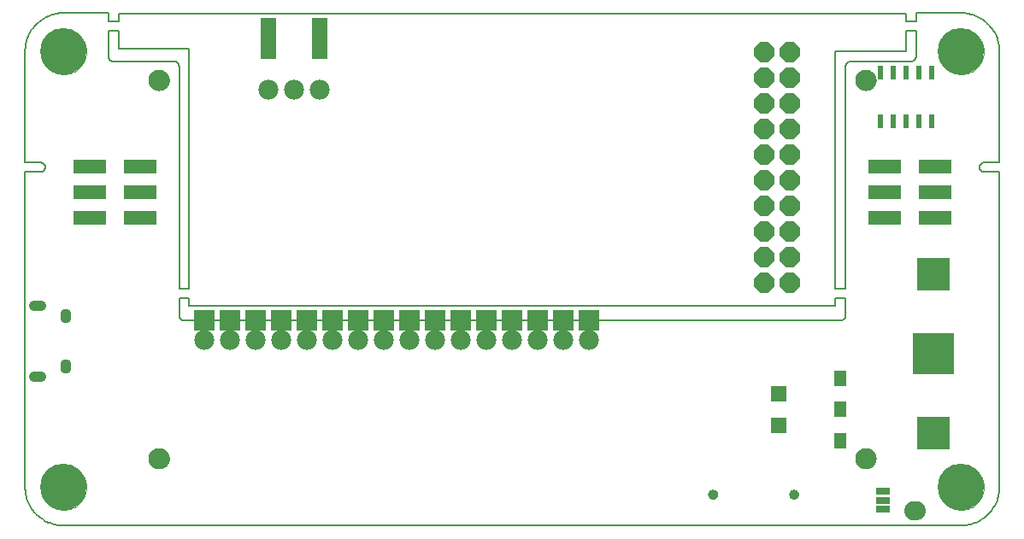
<source format=gbs>
G75*
%MOIN*%
%OFA0B0*%
%FSLAX24Y24*%
%IPPOS*%
%LPD*%
%AMOC8*
5,1,8,0,0,1.08239X$1,22.5*
%
%ADD10C,0.0050*%
%ADD11C,0.0000*%
%ADD12C,0.1811*%
%ADD13C,0.0827*%
%ADD14C,0.0310*%
%ADD15C,0.0394*%
%ADD16C,0.0389*%
%ADD17R,0.1599X0.1599*%
%ADD18R,0.1289X0.1289*%
%ADD19C,0.0779*%
%ADD20R,0.0539X0.0289*%
%ADD21R,0.0512X0.0630*%
%ADD22R,0.0630X0.0630*%
%ADD23R,0.0239X0.0539*%
%ADD24OC8,0.0779*%
%ADD25R,0.1299X0.0539*%
%ADD26C,0.0740*%
%ADD27R,0.0639X0.1639*%
%ADD28R,0.0789X0.0789*%
D10*
X002625Y004169D02*
X037625Y004169D01*
X037701Y004171D01*
X037777Y004177D01*
X037852Y004186D01*
X037927Y004200D01*
X038001Y004217D01*
X038074Y004238D01*
X038146Y004262D01*
X038217Y004291D01*
X038286Y004322D01*
X038353Y004357D01*
X038418Y004396D01*
X038482Y004438D01*
X038543Y004483D01*
X038602Y004531D01*
X038658Y004582D01*
X038712Y004636D01*
X038763Y004692D01*
X038811Y004751D01*
X038856Y004812D01*
X038898Y004876D01*
X038937Y004941D01*
X038972Y005008D01*
X039003Y005077D01*
X039032Y005148D01*
X039056Y005220D01*
X039077Y005293D01*
X039094Y005367D01*
X039108Y005442D01*
X039117Y005517D01*
X039123Y005593D01*
X039125Y005669D01*
X039125Y017976D01*
X038515Y017976D01*
X038490Y017978D01*
X038465Y017983D01*
X038441Y017992D01*
X038419Y018004D01*
X038399Y018019D01*
X038381Y018037D01*
X038366Y018057D01*
X038354Y018079D01*
X038345Y018103D01*
X038340Y018128D01*
X038338Y018153D01*
X038340Y018178D01*
X038345Y018203D01*
X038354Y018227D01*
X038366Y018249D01*
X038381Y018269D01*
X038399Y018287D01*
X038419Y018302D01*
X038441Y018314D01*
X038465Y018323D01*
X038490Y018328D01*
X038515Y018330D01*
X039125Y018330D01*
X039125Y022669D01*
X039123Y022745D01*
X039117Y022821D01*
X039108Y022896D01*
X039094Y022971D01*
X039077Y023045D01*
X039056Y023118D01*
X039032Y023190D01*
X039003Y023261D01*
X038972Y023330D01*
X038937Y023397D01*
X038898Y023462D01*
X038856Y023526D01*
X038811Y023587D01*
X038763Y023646D01*
X038712Y023702D01*
X038658Y023756D01*
X038602Y023807D01*
X038543Y023855D01*
X038482Y023900D01*
X038418Y023942D01*
X038353Y023981D01*
X038286Y024016D01*
X038217Y024047D01*
X038146Y024076D01*
X038074Y024100D01*
X038001Y024121D01*
X037927Y024138D01*
X037852Y024152D01*
X037777Y024161D01*
X037701Y024167D01*
X037625Y024169D01*
X035869Y024169D01*
X035869Y023854D01*
X035475Y023854D01*
X035475Y024149D01*
X004767Y024149D01*
X004767Y023854D01*
X004373Y023854D01*
X004373Y024169D01*
X002625Y024169D01*
X002549Y024167D01*
X002473Y024161D01*
X002398Y024152D01*
X002323Y024138D01*
X002249Y024121D01*
X002176Y024100D01*
X002104Y024076D01*
X002033Y024047D01*
X001964Y024016D01*
X001897Y023981D01*
X001832Y023942D01*
X001768Y023900D01*
X001707Y023855D01*
X001648Y023807D01*
X001592Y023756D01*
X001538Y023702D01*
X001487Y023646D01*
X001439Y023587D01*
X001394Y023526D01*
X001352Y023462D01*
X001313Y023397D01*
X001278Y023330D01*
X001247Y023261D01*
X001218Y023190D01*
X001194Y023118D01*
X001173Y023045D01*
X001156Y022971D01*
X001142Y022896D01*
X001133Y022821D01*
X001127Y022745D01*
X001125Y022669D01*
X001125Y018330D01*
X001735Y018330D01*
X001760Y018328D01*
X001785Y018323D01*
X001809Y018314D01*
X001831Y018302D01*
X001851Y018287D01*
X001869Y018269D01*
X001884Y018249D01*
X001896Y018227D01*
X001905Y018203D01*
X001910Y018178D01*
X001912Y018153D01*
X001910Y018128D01*
X001905Y018103D01*
X001896Y018079D01*
X001884Y018057D01*
X001869Y018037D01*
X001851Y018019D01*
X001831Y018004D01*
X001809Y017992D01*
X001785Y017983D01*
X001760Y017978D01*
X001735Y017976D01*
X001125Y017976D01*
X001125Y005669D01*
X001127Y005593D01*
X001133Y005517D01*
X001142Y005442D01*
X001156Y005367D01*
X001173Y005293D01*
X001194Y005220D01*
X001218Y005148D01*
X001247Y005077D01*
X001278Y005008D01*
X001313Y004941D01*
X001352Y004876D01*
X001394Y004812D01*
X001439Y004751D01*
X001487Y004692D01*
X001538Y004636D01*
X001592Y004582D01*
X001648Y004531D01*
X001707Y004483D01*
X001768Y004438D01*
X001832Y004396D01*
X001897Y004357D01*
X001964Y004322D01*
X002033Y004291D01*
X002104Y004262D01*
X002176Y004238D01*
X002249Y004217D01*
X002323Y004200D01*
X002398Y004186D01*
X002473Y004177D01*
X002549Y004171D01*
X002625Y004169D01*
X007330Y012169D02*
X032920Y012169D01*
X032946Y012171D01*
X032971Y012176D01*
X032995Y012184D01*
X033019Y012195D01*
X033040Y012210D01*
X033059Y012227D01*
X033076Y012246D01*
X033091Y012268D01*
X033102Y012291D01*
X033110Y012315D01*
X033115Y012340D01*
X033117Y012366D01*
X033117Y013027D01*
X032719Y013027D01*
X032719Y012732D01*
X007523Y012732D01*
X007523Y013027D01*
X007133Y013027D01*
X007133Y012366D01*
X007135Y012340D01*
X007140Y012315D01*
X007148Y012291D01*
X007159Y012268D01*
X007174Y012246D01*
X007191Y012227D01*
X007210Y012210D01*
X007232Y012195D01*
X007255Y012184D01*
X007279Y012176D01*
X007304Y012171D01*
X007330Y012169D01*
X007523Y013421D02*
X007133Y013421D01*
X007133Y022082D01*
X007131Y022108D01*
X007126Y022133D01*
X007118Y022157D01*
X007107Y022181D01*
X007092Y022202D01*
X007075Y022221D01*
X007056Y022238D01*
X007035Y022253D01*
X007011Y022264D01*
X006987Y022272D01*
X006962Y022277D01*
X006936Y022279D01*
X004570Y022279D01*
X004544Y022281D01*
X004519Y022286D01*
X004495Y022294D01*
X004472Y022305D01*
X004450Y022320D01*
X004431Y022337D01*
X004414Y022356D01*
X004399Y022378D01*
X004388Y022401D01*
X004380Y022425D01*
X004375Y022450D01*
X004373Y022476D01*
X004373Y023460D01*
X004767Y023460D01*
X004767Y022771D01*
X007523Y022771D01*
X007523Y013421D01*
X032719Y013421D02*
X033117Y013421D01*
X033117Y022082D01*
X033119Y022108D01*
X033124Y022133D01*
X033132Y022157D01*
X033143Y022181D01*
X033158Y022202D01*
X033175Y022221D01*
X033194Y022238D01*
X033216Y022253D01*
X033239Y022264D01*
X033263Y022272D01*
X033288Y022277D01*
X033314Y022279D01*
X035672Y022279D01*
X035698Y022281D01*
X035723Y022286D01*
X035747Y022294D01*
X035771Y022305D01*
X035792Y022320D01*
X035811Y022337D01*
X035828Y022356D01*
X035843Y022378D01*
X035854Y022401D01*
X035862Y022425D01*
X035867Y022450D01*
X035869Y022476D01*
X035869Y023460D01*
X035475Y023460D01*
X035475Y022673D01*
X032719Y022673D01*
X032719Y013421D01*
D11*
X033511Y006787D02*
X033513Y006826D01*
X033519Y006865D01*
X033529Y006903D01*
X033542Y006940D01*
X033559Y006975D01*
X033579Y007009D01*
X033603Y007040D01*
X033630Y007069D01*
X033659Y007095D01*
X033691Y007118D01*
X033725Y007138D01*
X033761Y007154D01*
X033798Y007166D01*
X033837Y007175D01*
X033876Y007180D01*
X033915Y007181D01*
X033954Y007178D01*
X033993Y007171D01*
X034030Y007160D01*
X034067Y007146D01*
X034102Y007128D01*
X034135Y007107D01*
X034166Y007082D01*
X034194Y007055D01*
X034219Y007025D01*
X034241Y006992D01*
X034260Y006958D01*
X034275Y006922D01*
X034287Y006884D01*
X034295Y006846D01*
X034299Y006807D01*
X034299Y006767D01*
X034295Y006728D01*
X034287Y006690D01*
X034275Y006652D01*
X034260Y006616D01*
X034241Y006582D01*
X034219Y006549D01*
X034194Y006519D01*
X034166Y006492D01*
X034135Y006467D01*
X034102Y006446D01*
X034067Y006428D01*
X034030Y006414D01*
X033993Y006403D01*
X033954Y006396D01*
X033915Y006393D01*
X033876Y006394D01*
X033837Y006399D01*
X033798Y006408D01*
X033761Y006420D01*
X033725Y006436D01*
X033691Y006456D01*
X033659Y006479D01*
X033630Y006505D01*
X033603Y006534D01*
X033579Y006565D01*
X033559Y006599D01*
X033542Y006634D01*
X033529Y006671D01*
X033519Y006709D01*
X033513Y006748D01*
X033511Y006787D01*
X030926Y005387D02*
X030928Y005413D01*
X030934Y005439D01*
X030943Y005463D01*
X030956Y005486D01*
X030973Y005506D01*
X030992Y005524D01*
X031014Y005539D01*
X031037Y005550D01*
X031062Y005558D01*
X031088Y005562D01*
X031114Y005562D01*
X031140Y005558D01*
X031165Y005550D01*
X031189Y005539D01*
X031210Y005524D01*
X031229Y005506D01*
X031246Y005486D01*
X031259Y005463D01*
X031268Y005439D01*
X031274Y005413D01*
X031276Y005387D01*
X031274Y005361D01*
X031268Y005335D01*
X031259Y005311D01*
X031246Y005288D01*
X031229Y005268D01*
X031210Y005250D01*
X031188Y005235D01*
X031165Y005224D01*
X031140Y005216D01*
X031114Y005212D01*
X031088Y005212D01*
X031062Y005216D01*
X031037Y005224D01*
X031013Y005235D01*
X030992Y005250D01*
X030973Y005268D01*
X030956Y005288D01*
X030943Y005311D01*
X030934Y005335D01*
X030928Y005361D01*
X030926Y005387D01*
X027776Y005387D02*
X027778Y005413D01*
X027784Y005439D01*
X027793Y005463D01*
X027806Y005486D01*
X027823Y005506D01*
X027842Y005524D01*
X027864Y005539D01*
X027887Y005550D01*
X027912Y005558D01*
X027938Y005562D01*
X027964Y005562D01*
X027990Y005558D01*
X028015Y005550D01*
X028039Y005539D01*
X028060Y005524D01*
X028079Y005506D01*
X028096Y005486D01*
X028109Y005463D01*
X028118Y005439D01*
X028124Y005413D01*
X028126Y005387D01*
X028124Y005361D01*
X028118Y005335D01*
X028109Y005311D01*
X028096Y005288D01*
X028079Y005268D01*
X028060Y005250D01*
X028038Y005235D01*
X028015Y005224D01*
X027990Y005216D01*
X027964Y005212D01*
X027938Y005212D01*
X027912Y005216D01*
X027887Y005224D01*
X027863Y005235D01*
X027842Y005250D01*
X027823Y005268D01*
X027806Y005288D01*
X027793Y005311D01*
X027784Y005335D01*
X027778Y005361D01*
X027776Y005387D01*
X036739Y005669D02*
X036741Y005728D01*
X036747Y005787D01*
X036757Y005845D01*
X036770Y005903D01*
X036788Y005960D01*
X036809Y006015D01*
X036834Y006069D01*
X036863Y006121D01*
X036895Y006170D01*
X036930Y006218D01*
X036968Y006263D01*
X037009Y006306D01*
X037053Y006346D01*
X037099Y006382D01*
X037148Y006416D01*
X037199Y006446D01*
X037252Y006473D01*
X037307Y006496D01*
X037362Y006515D01*
X037420Y006531D01*
X037478Y006543D01*
X037536Y006551D01*
X037595Y006555D01*
X037655Y006555D01*
X037714Y006551D01*
X037772Y006543D01*
X037830Y006531D01*
X037888Y006515D01*
X037943Y006496D01*
X037998Y006473D01*
X038051Y006446D01*
X038102Y006416D01*
X038151Y006382D01*
X038197Y006346D01*
X038241Y006306D01*
X038282Y006263D01*
X038320Y006218D01*
X038355Y006170D01*
X038387Y006121D01*
X038416Y006069D01*
X038441Y006015D01*
X038462Y005960D01*
X038480Y005903D01*
X038493Y005845D01*
X038503Y005787D01*
X038509Y005728D01*
X038511Y005669D01*
X038509Y005610D01*
X038503Y005551D01*
X038493Y005493D01*
X038480Y005435D01*
X038462Y005378D01*
X038441Y005323D01*
X038416Y005269D01*
X038387Y005217D01*
X038355Y005168D01*
X038320Y005120D01*
X038282Y005075D01*
X038241Y005032D01*
X038197Y004992D01*
X038151Y004956D01*
X038102Y004922D01*
X038051Y004892D01*
X037998Y004865D01*
X037943Y004842D01*
X037888Y004823D01*
X037830Y004807D01*
X037772Y004795D01*
X037714Y004787D01*
X037655Y004783D01*
X037595Y004783D01*
X037536Y004787D01*
X037478Y004795D01*
X037420Y004807D01*
X037362Y004823D01*
X037307Y004842D01*
X037252Y004865D01*
X037199Y004892D01*
X037148Y004922D01*
X037099Y004956D01*
X037053Y004992D01*
X037009Y005032D01*
X036968Y005075D01*
X036930Y005120D01*
X036895Y005168D01*
X036863Y005217D01*
X036834Y005269D01*
X036809Y005323D01*
X036788Y005378D01*
X036770Y005435D01*
X036757Y005493D01*
X036747Y005551D01*
X036741Y005610D01*
X036739Y005669D01*
X033511Y021551D02*
X033513Y021590D01*
X033519Y021629D01*
X033529Y021667D01*
X033542Y021704D01*
X033559Y021739D01*
X033579Y021773D01*
X033603Y021804D01*
X033630Y021833D01*
X033659Y021859D01*
X033691Y021882D01*
X033725Y021902D01*
X033761Y021918D01*
X033798Y021930D01*
X033837Y021939D01*
X033876Y021944D01*
X033915Y021945D01*
X033954Y021942D01*
X033993Y021935D01*
X034030Y021924D01*
X034067Y021910D01*
X034102Y021892D01*
X034135Y021871D01*
X034166Y021846D01*
X034194Y021819D01*
X034219Y021789D01*
X034241Y021756D01*
X034260Y021722D01*
X034275Y021686D01*
X034287Y021648D01*
X034295Y021610D01*
X034299Y021571D01*
X034299Y021531D01*
X034295Y021492D01*
X034287Y021454D01*
X034275Y021416D01*
X034260Y021380D01*
X034241Y021346D01*
X034219Y021313D01*
X034194Y021283D01*
X034166Y021256D01*
X034135Y021231D01*
X034102Y021210D01*
X034067Y021192D01*
X034030Y021178D01*
X033993Y021167D01*
X033954Y021160D01*
X033915Y021157D01*
X033876Y021158D01*
X033837Y021163D01*
X033798Y021172D01*
X033761Y021184D01*
X033725Y021200D01*
X033691Y021220D01*
X033659Y021243D01*
X033630Y021269D01*
X033603Y021298D01*
X033579Y021329D01*
X033559Y021363D01*
X033542Y021398D01*
X033529Y021435D01*
X033519Y021473D01*
X033513Y021512D01*
X033511Y021551D01*
X036739Y022669D02*
X036741Y022728D01*
X036747Y022787D01*
X036757Y022845D01*
X036770Y022903D01*
X036788Y022960D01*
X036809Y023015D01*
X036834Y023069D01*
X036863Y023121D01*
X036895Y023170D01*
X036930Y023218D01*
X036968Y023263D01*
X037009Y023306D01*
X037053Y023346D01*
X037099Y023382D01*
X037148Y023416D01*
X037199Y023446D01*
X037252Y023473D01*
X037307Y023496D01*
X037362Y023515D01*
X037420Y023531D01*
X037478Y023543D01*
X037536Y023551D01*
X037595Y023555D01*
X037655Y023555D01*
X037714Y023551D01*
X037772Y023543D01*
X037830Y023531D01*
X037888Y023515D01*
X037943Y023496D01*
X037998Y023473D01*
X038051Y023446D01*
X038102Y023416D01*
X038151Y023382D01*
X038197Y023346D01*
X038241Y023306D01*
X038282Y023263D01*
X038320Y023218D01*
X038355Y023170D01*
X038387Y023121D01*
X038416Y023069D01*
X038441Y023015D01*
X038462Y022960D01*
X038480Y022903D01*
X038493Y022845D01*
X038503Y022787D01*
X038509Y022728D01*
X038511Y022669D01*
X038509Y022610D01*
X038503Y022551D01*
X038493Y022493D01*
X038480Y022435D01*
X038462Y022378D01*
X038441Y022323D01*
X038416Y022269D01*
X038387Y022217D01*
X038355Y022168D01*
X038320Y022120D01*
X038282Y022075D01*
X038241Y022032D01*
X038197Y021992D01*
X038151Y021956D01*
X038102Y021922D01*
X038051Y021892D01*
X037998Y021865D01*
X037943Y021842D01*
X037888Y021823D01*
X037830Y021807D01*
X037772Y021795D01*
X037714Y021787D01*
X037655Y021783D01*
X037595Y021783D01*
X037536Y021787D01*
X037478Y021795D01*
X037420Y021807D01*
X037362Y021823D01*
X037307Y021842D01*
X037252Y021865D01*
X037199Y021892D01*
X037148Y021922D01*
X037099Y021956D01*
X037053Y021992D01*
X037009Y022032D01*
X036968Y022075D01*
X036930Y022120D01*
X036895Y022168D01*
X036863Y022217D01*
X036834Y022269D01*
X036809Y022323D01*
X036788Y022378D01*
X036770Y022435D01*
X036757Y022493D01*
X036747Y022551D01*
X036741Y022610D01*
X036739Y022669D01*
X005951Y021551D02*
X005953Y021590D01*
X005959Y021629D01*
X005969Y021667D01*
X005982Y021704D01*
X005999Y021739D01*
X006019Y021773D01*
X006043Y021804D01*
X006070Y021833D01*
X006099Y021859D01*
X006131Y021882D01*
X006165Y021902D01*
X006201Y021918D01*
X006238Y021930D01*
X006277Y021939D01*
X006316Y021944D01*
X006355Y021945D01*
X006394Y021942D01*
X006433Y021935D01*
X006470Y021924D01*
X006507Y021910D01*
X006542Y021892D01*
X006575Y021871D01*
X006606Y021846D01*
X006634Y021819D01*
X006659Y021789D01*
X006681Y021756D01*
X006700Y021722D01*
X006715Y021686D01*
X006727Y021648D01*
X006735Y021610D01*
X006739Y021571D01*
X006739Y021531D01*
X006735Y021492D01*
X006727Y021454D01*
X006715Y021416D01*
X006700Y021380D01*
X006681Y021346D01*
X006659Y021313D01*
X006634Y021283D01*
X006606Y021256D01*
X006575Y021231D01*
X006542Y021210D01*
X006507Y021192D01*
X006470Y021178D01*
X006433Y021167D01*
X006394Y021160D01*
X006355Y021157D01*
X006316Y021158D01*
X006277Y021163D01*
X006238Y021172D01*
X006201Y021184D01*
X006165Y021200D01*
X006131Y021220D01*
X006099Y021243D01*
X006070Y021269D01*
X006043Y021298D01*
X006019Y021329D01*
X005999Y021363D01*
X005982Y021398D01*
X005969Y021435D01*
X005959Y021473D01*
X005953Y021512D01*
X005951Y021551D01*
X001739Y022669D02*
X001741Y022728D01*
X001747Y022787D01*
X001757Y022845D01*
X001770Y022903D01*
X001788Y022960D01*
X001809Y023015D01*
X001834Y023069D01*
X001863Y023121D01*
X001895Y023170D01*
X001930Y023218D01*
X001968Y023263D01*
X002009Y023306D01*
X002053Y023346D01*
X002099Y023382D01*
X002148Y023416D01*
X002199Y023446D01*
X002252Y023473D01*
X002307Y023496D01*
X002362Y023515D01*
X002420Y023531D01*
X002478Y023543D01*
X002536Y023551D01*
X002595Y023555D01*
X002655Y023555D01*
X002714Y023551D01*
X002772Y023543D01*
X002830Y023531D01*
X002888Y023515D01*
X002943Y023496D01*
X002998Y023473D01*
X003051Y023446D01*
X003102Y023416D01*
X003151Y023382D01*
X003197Y023346D01*
X003241Y023306D01*
X003282Y023263D01*
X003320Y023218D01*
X003355Y023170D01*
X003387Y023121D01*
X003416Y023069D01*
X003441Y023015D01*
X003462Y022960D01*
X003480Y022903D01*
X003493Y022845D01*
X003503Y022787D01*
X003509Y022728D01*
X003511Y022669D01*
X003509Y022610D01*
X003503Y022551D01*
X003493Y022493D01*
X003480Y022435D01*
X003462Y022378D01*
X003441Y022323D01*
X003416Y022269D01*
X003387Y022217D01*
X003355Y022168D01*
X003320Y022120D01*
X003282Y022075D01*
X003241Y022032D01*
X003197Y021992D01*
X003151Y021956D01*
X003102Y021922D01*
X003051Y021892D01*
X002998Y021865D01*
X002943Y021842D01*
X002888Y021823D01*
X002830Y021807D01*
X002772Y021795D01*
X002714Y021787D01*
X002655Y021783D01*
X002595Y021783D01*
X002536Y021787D01*
X002478Y021795D01*
X002420Y021807D01*
X002362Y021823D01*
X002307Y021842D01*
X002252Y021865D01*
X002199Y021892D01*
X002148Y021922D01*
X002099Y021956D01*
X002053Y021992D01*
X002009Y022032D01*
X001968Y022075D01*
X001930Y022120D01*
X001895Y022168D01*
X001863Y022217D01*
X001834Y022269D01*
X001809Y022323D01*
X001788Y022378D01*
X001770Y022435D01*
X001757Y022493D01*
X001747Y022551D01*
X001741Y022610D01*
X001739Y022669D01*
X005951Y006787D02*
X005953Y006826D01*
X005959Y006865D01*
X005969Y006903D01*
X005982Y006940D01*
X005999Y006975D01*
X006019Y007009D01*
X006043Y007040D01*
X006070Y007069D01*
X006099Y007095D01*
X006131Y007118D01*
X006165Y007138D01*
X006201Y007154D01*
X006238Y007166D01*
X006277Y007175D01*
X006316Y007180D01*
X006355Y007181D01*
X006394Y007178D01*
X006433Y007171D01*
X006470Y007160D01*
X006507Y007146D01*
X006542Y007128D01*
X006575Y007107D01*
X006606Y007082D01*
X006634Y007055D01*
X006659Y007025D01*
X006681Y006992D01*
X006700Y006958D01*
X006715Y006922D01*
X006727Y006884D01*
X006735Y006846D01*
X006739Y006807D01*
X006739Y006767D01*
X006735Y006728D01*
X006727Y006690D01*
X006715Y006652D01*
X006700Y006616D01*
X006681Y006582D01*
X006659Y006549D01*
X006634Y006519D01*
X006606Y006492D01*
X006575Y006467D01*
X006542Y006446D01*
X006507Y006428D01*
X006470Y006414D01*
X006433Y006403D01*
X006394Y006396D01*
X006355Y006393D01*
X006316Y006394D01*
X006277Y006399D01*
X006238Y006408D01*
X006201Y006420D01*
X006165Y006436D01*
X006131Y006456D01*
X006099Y006479D01*
X006070Y006505D01*
X006043Y006534D01*
X006019Y006565D01*
X005999Y006599D01*
X005982Y006634D01*
X005969Y006671D01*
X005959Y006709D01*
X005953Y006748D01*
X005951Y006787D01*
X001739Y005669D02*
X001741Y005728D01*
X001747Y005787D01*
X001757Y005845D01*
X001770Y005903D01*
X001788Y005960D01*
X001809Y006015D01*
X001834Y006069D01*
X001863Y006121D01*
X001895Y006170D01*
X001930Y006218D01*
X001968Y006263D01*
X002009Y006306D01*
X002053Y006346D01*
X002099Y006382D01*
X002148Y006416D01*
X002199Y006446D01*
X002252Y006473D01*
X002307Y006496D01*
X002362Y006515D01*
X002420Y006531D01*
X002478Y006543D01*
X002536Y006551D01*
X002595Y006555D01*
X002655Y006555D01*
X002714Y006551D01*
X002772Y006543D01*
X002830Y006531D01*
X002888Y006515D01*
X002943Y006496D01*
X002998Y006473D01*
X003051Y006446D01*
X003102Y006416D01*
X003151Y006382D01*
X003197Y006346D01*
X003241Y006306D01*
X003282Y006263D01*
X003320Y006218D01*
X003355Y006170D01*
X003387Y006121D01*
X003416Y006069D01*
X003441Y006015D01*
X003462Y005960D01*
X003480Y005903D01*
X003493Y005845D01*
X003503Y005787D01*
X003509Y005728D01*
X003511Y005669D01*
X003509Y005610D01*
X003503Y005551D01*
X003493Y005493D01*
X003480Y005435D01*
X003462Y005378D01*
X003441Y005323D01*
X003416Y005269D01*
X003387Y005217D01*
X003355Y005168D01*
X003320Y005120D01*
X003282Y005075D01*
X003241Y005032D01*
X003197Y004992D01*
X003151Y004956D01*
X003102Y004922D01*
X003051Y004892D01*
X002998Y004865D01*
X002943Y004842D01*
X002888Y004823D01*
X002830Y004807D01*
X002772Y004795D01*
X002714Y004787D01*
X002655Y004783D01*
X002595Y004783D01*
X002536Y004787D01*
X002478Y004795D01*
X002420Y004807D01*
X002362Y004823D01*
X002307Y004842D01*
X002252Y004865D01*
X002199Y004892D01*
X002148Y004922D01*
X002099Y004956D01*
X002053Y004992D01*
X002009Y005032D01*
X001968Y005075D01*
X001930Y005120D01*
X001895Y005168D01*
X001863Y005217D01*
X001834Y005269D01*
X001809Y005323D01*
X001788Y005378D01*
X001770Y005435D01*
X001757Y005493D01*
X001747Y005551D01*
X001741Y005610D01*
X001739Y005669D01*
D12*
X002625Y005669D03*
X002625Y022669D03*
X037625Y022669D03*
X037625Y005669D03*
D13*
X033905Y006787D03*
X033905Y021551D03*
X006345Y021551D03*
X006345Y006787D03*
D14*
X002637Y010275D02*
X002637Y010495D01*
X002739Y010495D01*
X002739Y010275D01*
X002637Y010275D01*
X002637Y012243D02*
X002637Y012463D01*
X002739Y012463D01*
X002739Y012243D01*
X002637Y012243D01*
D15*
X001753Y012747D02*
X001497Y012747D01*
X001497Y009991D02*
X001753Y009991D01*
D16*
X027951Y005387D03*
X031101Y005387D03*
D17*
X036558Y010862D03*
D18*
X036558Y013962D03*
X036558Y007762D03*
D19*
X023125Y011419D03*
X022125Y011419D03*
X021125Y011419D03*
X020125Y011419D03*
X019125Y011419D03*
X018125Y011419D03*
X017125Y011419D03*
X016125Y011419D03*
X015125Y011419D03*
X014125Y011419D03*
X013125Y011419D03*
X012125Y011419D03*
X011125Y011419D03*
X010125Y011419D03*
X009125Y011419D03*
X008125Y011419D03*
X010625Y021169D03*
X011625Y021169D03*
X012625Y021169D03*
D20*
X034590Y005503D03*
X034590Y005153D03*
X034590Y004803D03*
D21*
X032905Y007476D03*
X032905Y008696D03*
X032905Y009917D03*
D22*
X030503Y009307D03*
X030503Y008086D03*
D23*
X034475Y019951D03*
X034975Y019951D03*
X035475Y019951D03*
X035975Y019951D03*
X036475Y019951D03*
X036475Y021851D03*
X035975Y021851D03*
X035475Y021851D03*
X034975Y021851D03*
X034475Y021851D03*
D24*
X030956Y021645D03*
X029956Y021645D03*
X029956Y020645D03*
X030956Y020645D03*
X030956Y019645D03*
X029956Y019645D03*
X029956Y018645D03*
X030956Y018645D03*
X030956Y017645D03*
X029956Y017645D03*
X029956Y016645D03*
X030956Y016645D03*
X030956Y015645D03*
X029956Y015645D03*
X029956Y014645D03*
X030956Y014645D03*
X030956Y013645D03*
X029956Y013645D03*
X029956Y022645D03*
X030956Y022645D03*
D25*
X034633Y018169D03*
X034633Y017169D03*
X034633Y016169D03*
X036617Y016169D03*
X036617Y017169D03*
X036617Y018169D03*
X005617Y018169D03*
X005617Y017169D03*
X005617Y016169D03*
X003633Y016169D03*
X003633Y017169D03*
X003633Y018169D03*
D26*
X035771Y004759D03*
X035869Y004759D03*
D27*
X012625Y023169D03*
X010625Y023169D03*
D28*
X010125Y012169D03*
X009125Y012169D03*
X008125Y012169D03*
X011125Y012169D03*
X012125Y012169D03*
X013125Y012169D03*
X014125Y012169D03*
X015125Y012169D03*
X016125Y012169D03*
X017125Y012169D03*
X018125Y012169D03*
X019125Y012169D03*
X020125Y012169D03*
X021125Y012169D03*
X022125Y012169D03*
X023125Y012169D03*
M02*

</source>
